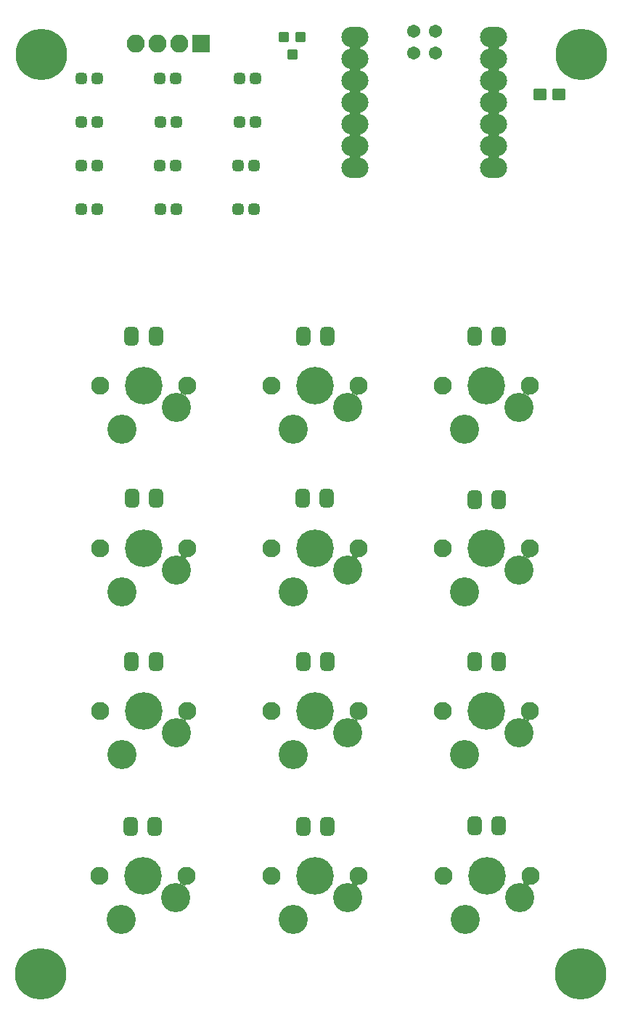
<source format=gts>
G04 #@! TF.GenerationSoftware,KiCad,Pcbnew,(6.0.7)*
G04 #@! TF.CreationDate,2023-07-18T19:21:52+02:00*
G04 #@! TF.ProjectId,anavi-macro-pad-12,616e6176-692d-46d6-9163-726f2d706164,1.0*
G04 #@! TF.SameCoordinates,Original*
G04 #@! TF.FileFunction,Soldermask,Top*
G04 #@! TF.FilePolarity,Negative*
%FSLAX46Y46*%
G04 Gerber Fmt 4.6, Leading zero omitted, Abs format (unit mm)*
G04 Created by KiCad (PCBNEW (6.0.7)) date 2023-07-18 19:21:52*
%MOMM*%
%LPD*%
G01*
G04 APERTURE LIST*
G04 Aperture macros list*
%AMRoundRect*
0 Rectangle with rounded corners*
0 $1 Rounding radius*
0 $2 $3 $4 $5 $6 $7 $8 $9 X,Y pos of 4 corners*
0 Add a 4 corners polygon primitive as box body*
4,1,4,$2,$3,$4,$5,$6,$7,$8,$9,$2,$3,0*
0 Add four circle primitives for the rounded corners*
1,1,$1+$1,$2,$3*
1,1,$1+$1,$4,$5*
1,1,$1+$1,$6,$7*
1,1,$1+$1,$8,$9*
0 Add four rect primitives between the rounded corners*
20,1,$1+$1,$2,$3,$4,$5,0*
20,1,$1+$1,$4,$5,$6,$7,0*
20,1,$1+$1,$6,$7,$8,$9,0*
20,1,$1+$1,$8,$9,$2,$3,0*%
G04 Aperture macros list end*
%ADD10RoundRect,0.450000X0.375000X0.625000X-0.375000X0.625000X-0.375000X-0.625000X0.375000X-0.625000X0*%
%ADD11RoundRect,0.200000X0.400050X0.400050X-0.400050X0.400050X-0.400050X-0.400050X0.400050X-0.400050X0*%
%ADD12RoundRect,0.437500X-0.250000X-0.237500X0.250000X-0.237500X0.250000X0.237500X-0.250000X0.237500X0*%
%ADD13RoundRect,0.200000X0.600000X0.450000X-0.600000X0.450000X-0.600000X-0.450000X0.600000X-0.450000X0*%
%ADD14C,3.400000*%
%ADD15C,2.101800*%
%ADD16C,4.387800*%
%ADD17O,3.148280X2.398980*%
%ADD18C,1.543000*%
%ADD19C,6.000000*%
%ADD20RoundRect,0.200000X-0.850000X0.850000X-0.850000X-0.850000X0.850000X-0.850000X0.850000X0.850000X0*%
%ADD21O,2.100000X2.100000*%
G04 APERTURE END LIST*
D10*
X86333266Y-64294200D03*
X83533266Y-64294200D03*
X66357400Y-83217200D03*
X63557400Y-83217200D03*
X86296400Y-83217200D03*
X83496400Y-83217200D03*
X66333266Y-102263879D03*
X63533266Y-102263879D03*
X86336400Y-102263879D03*
X83536400Y-102263879D03*
X106333266Y-102267200D03*
X103533266Y-102267200D03*
D11*
X83200000Y-29450000D03*
X81300000Y-29450000D03*
X82250000Y-31448980D03*
D12*
X57677500Y-34290000D03*
X59502500Y-34290000D03*
X66802000Y-34290000D03*
X68627000Y-34290000D03*
X76116000Y-34290000D03*
X77941000Y-34290000D03*
X57677500Y-39370000D03*
X59502500Y-39370000D03*
X66905500Y-39370000D03*
X68730500Y-39370000D03*
X76116000Y-39370000D03*
X77941000Y-39370000D03*
X57677500Y-44450000D03*
X59502500Y-44450000D03*
X66802000Y-44450000D03*
X68627000Y-44450000D03*
X75946000Y-44450000D03*
X77771000Y-44450000D03*
D13*
X113325000Y-36100000D03*
X111125000Y-36100000D03*
D14*
X62393266Y-75112866D03*
D15*
X70013266Y-70032866D03*
D14*
X68743266Y-72572866D03*
D16*
X64933266Y-70032866D03*
D15*
X59853266Y-70032866D03*
D16*
X84933266Y-70032866D03*
D14*
X82393266Y-75112866D03*
D15*
X79853266Y-70032866D03*
X90013266Y-70032866D03*
D14*
X88743266Y-72572866D03*
D15*
X110013266Y-70032866D03*
D16*
X104933266Y-70032866D03*
D14*
X108743266Y-72572866D03*
X102393266Y-75112866D03*
D15*
X99853266Y-70032866D03*
X59853266Y-89032866D03*
X70013266Y-89032866D03*
D14*
X68743266Y-91572866D03*
X62393266Y-94112866D03*
D16*
X64933266Y-89032866D03*
D14*
X82393266Y-94112866D03*
X88743266Y-91572866D03*
D15*
X79853266Y-89032866D03*
D16*
X84933266Y-89032866D03*
D15*
X90013266Y-89032866D03*
D14*
X102393266Y-94112866D03*
D15*
X110013266Y-89032866D03*
X99853266Y-89032866D03*
D16*
X104933266Y-89032866D03*
D14*
X108743266Y-91572866D03*
X62393266Y-113112866D03*
D15*
X59853266Y-108032866D03*
D16*
X64933266Y-108032866D03*
D14*
X68743266Y-110572866D03*
D15*
X70013266Y-108032866D03*
D14*
X88743266Y-110572866D03*
D16*
X84933266Y-108032866D03*
D15*
X90013266Y-108032866D03*
D14*
X82393266Y-113112866D03*
D15*
X79853266Y-108032866D03*
D14*
X108743266Y-110572866D03*
D15*
X110013266Y-108032866D03*
D16*
X104933266Y-108032866D03*
D14*
X102393266Y-113112866D03*
D15*
X99853266Y-108032866D03*
D17*
X89593710Y-29425490D03*
X89593710Y-31965490D03*
X89593710Y-34505490D03*
X89593710Y-37045490D03*
X89593710Y-39585490D03*
X89593710Y-42125490D03*
X89593710Y-44665490D03*
X105758270Y-44665490D03*
X105758270Y-42125490D03*
X105758270Y-39585490D03*
X105758270Y-37045490D03*
X105758270Y-34505490D03*
X105758270Y-31965490D03*
X105758270Y-29425490D03*
D18*
X96459393Y-28739123D03*
X98999393Y-28739123D03*
X96459393Y-31279123D03*
X98999393Y-31279123D03*
D10*
X106365400Y-64294200D03*
X103565400Y-64294200D03*
X66333266Y-64294200D03*
X63533266Y-64294200D03*
X106365400Y-83344200D03*
X103565400Y-83344200D03*
D19*
X52996866Y-31491666D03*
X115896866Y-138650000D03*
X115996866Y-31491666D03*
X52896866Y-138650000D03*
D12*
X75950000Y-49530000D03*
X77775000Y-49530000D03*
D16*
X64884200Y-127210000D03*
D14*
X68694200Y-129750000D03*
X62344200Y-132290000D03*
D15*
X59804200Y-127210000D03*
X69964200Y-127210000D03*
D10*
X86336400Y-121463879D03*
X83536400Y-121463879D03*
D16*
X84924800Y-127210000D03*
D15*
X79844800Y-127210000D03*
D14*
X88734800Y-129750000D03*
D15*
X90004800Y-127210000D03*
D14*
X82384800Y-132290000D03*
D12*
X57677500Y-49530000D03*
X59502500Y-49530000D03*
D20*
X71618000Y-30175200D03*
D21*
X69078000Y-30175200D03*
X66538000Y-30175200D03*
X63998000Y-30175200D03*
D12*
X66905500Y-49530000D03*
X68730500Y-49530000D03*
D14*
X108750000Y-129750000D03*
D16*
X104940000Y-127210000D03*
D14*
X102400000Y-132290000D03*
D15*
X99860000Y-127210000D03*
X110020000Y-127210000D03*
D10*
X106336400Y-121363879D03*
X103536400Y-121363879D03*
X66236400Y-121463879D03*
X63436400Y-121463879D03*
G36*
X69127316Y-127834689D02*
G01*
X69209690Y-127938619D01*
X69365582Y-128071294D01*
X69544279Y-128171165D01*
X69738965Y-128234422D01*
X69894898Y-128253016D01*
X69896499Y-128254214D01*
X69896262Y-128256200D01*
X69895149Y-128256942D01*
X69830717Y-128273143D01*
X69783343Y-128323664D01*
X69770802Y-128391777D01*
X69797163Y-128456065D01*
X69805581Y-128465185D01*
X69806021Y-128467136D01*
X69804551Y-128468493D01*
X69802741Y-128467999D01*
X69762782Y-128430410D01*
X69556001Y-128286960D01*
X69330279Y-128175646D01*
X69090588Y-128098921D01*
X69045699Y-128091610D01*
X69044151Y-128090345D01*
X69044472Y-128088371D01*
X69045773Y-128087651D01*
X69113868Y-128079153D01*
X69167046Y-128034782D01*
X69187793Y-127968705D01*
X69169452Y-127901643D01*
X69165322Y-127895390D01*
X69124116Y-127837085D01*
X69123933Y-127835094D01*
X69125566Y-127833939D01*
X69127316Y-127834689D01*
G37*
G36*
X109183116Y-127834689D02*
G01*
X109265490Y-127938619D01*
X109421382Y-128071294D01*
X109600079Y-128171165D01*
X109794765Y-128234422D01*
X109950698Y-128253016D01*
X109952299Y-128254214D01*
X109952062Y-128256200D01*
X109950949Y-128256942D01*
X109886517Y-128273143D01*
X109839143Y-128323664D01*
X109826602Y-128391777D01*
X109852963Y-128456065D01*
X109861381Y-128465185D01*
X109861821Y-128467136D01*
X109860351Y-128468493D01*
X109858541Y-128467999D01*
X109818582Y-128430410D01*
X109611801Y-128286960D01*
X109386079Y-128175646D01*
X109146388Y-128098921D01*
X109101499Y-128091610D01*
X109099951Y-128090345D01*
X109100272Y-128088371D01*
X109101573Y-128087651D01*
X109169668Y-128079153D01*
X109222846Y-128034782D01*
X109243593Y-127968705D01*
X109225252Y-127901643D01*
X109221122Y-127895390D01*
X109179916Y-127837085D01*
X109179733Y-127835094D01*
X109181366Y-127833939D01*
X109183116Y-127834689D01*
G37*
G36*
X89167916Y-127834689D02*
G01*
X89250290Y-127938619D01*
X89406182Y-128071294D01*
X89584879Y-128171165D01*
X89779565Y-128234422D01*
X89935498Y-128253016D01*
X89937099Y-128254214D01*
X89936862Y-128256200D01*
X89935749Y-128256942D01*
X89871317Y-128273143D01*
X89823943Y-128323664D01*
X89811402Y-128391777D01*
X89837763Y-128456065D01*
X89846181Y-128465185D01*
X89846621Y-128467136D01*
X89845151Y-128468493D01*
X89843341Y-128467999D01*
X89803382Y-128430410D01*
X89596601Y-128286960D01*
X89370879Y-128175646D01*
X89131188Y-128098921D01*
X89086299Y-128091610D01*
X89084751Y-128090345D01*
X89085072Y-128088371D01*
X89086373Y-128087651D01*
X89154468Y-128079153D01*
X89207646Y-128034782D01*
X89228393Y-127968705D01*
X89210052Y-127901643D01*
X89205922Y-127895390D01*
X89164716Y-127837085D01*
X89164533Y-127835094D01*
X89166166Y-127833939D01*
X89167916Y-127834689D01*
G37*
G36*
X89176382Y-108657555D02*
G01*
X89258756Y-108761485D01*
X89414648Y-108894160D01*
X89593345Y-108994031D01*
X89788031Y-109057288D01*
X89943964Y-109075882D01*
X89945565Y-109077080D01*
X89945328Y-109079066D01*
X89944215Y-109079808D01*
X89879783Y-109096009D01*
X89832409Y-109146530D01*
X89819868Y-109214643D01*
X89846229Y-109278931D01*
X89854647Y-109288051D01*
X89855087Y-109290002D01*
X89853617Y-109291359D01*
X89851807Y-109290865D01*
X89811848Y-109253276D01*
X89605067Y-109109826D01*
X89379345Y-108998512D01*
X89139654Y-108921787D01*
X89094765Y-108914476D01*
X89093217Y-108913211D01*
X89093538Y-108911237D01*
X89094839Y-108910517D01*
X89162934Y-108902019D01*
X89216112Y-108857648D01*
X89236859Y-108791571D01*
X89218518Y-108724509D01*
X89214388Y-108718256D01*
X89173182Y-108659951D01*
X89172999Y-108657960D01*
X89174632Y-108656805D01*
X89176382Y-108657555D01*
G37*
G36*
X69176382Y-108657555D02*
G01*
X69258756Y-108761485D01*
X69414648Y-108894160D01*
X69593345Y-108994031D01*
X69788031Y-109057288D01*
X69943964Y-109075882D01*
X69945565Y-109077080D01*
X69945328Y-109079066D01*
X69944215Y-109079808D01*
X69879783Y-109096009D01*
X69832409Y-109146530D01*
X69819868Y-109214643D01*
X69846229Y-109278931D01*
X69854647Y-109288051D01*
X69855087Y-109290002D01*
X69853617Y-109291359D01*
X69851807Y-109290865D01*
X69811848Y-109253276D01*
X69605067Y-109109826D01*
X69379345Y-108998512D01*
X69139654Y-108921787D01*
X69094765Y-108914476D01*
X69093217Y-108913211D01*
X69093538Y-108911237D01*
X69094839Y-108910517D01*
X69162934Y-108902019D01*
X69216112Y-108857648D01*
X69236859Y-108791571D01*
X69218518Y-108724509D01*
X69214388Y-108718256D01*
X69173182Y-108659951D01*
X69172999Y-108657960D01*
X69174632Y-108656805D01*
X69176382Y-108657555D01*
G37*
G36*
X109176382Y-108657555D02*
G01*
X109258756Y-108761485D01*
X109414648Y-108894160D01*
X109593345Y-108994031D01*
X109788031Y-109057288D01*
X109943964Y-109075882D01*
X109945565Y-109077080D01*
X109945328Y-109079066D01*
X109944215Y-109079808D01*
X109879783Y-109096009D01*
X109832409Y-109146530D01*
X109819868Y-109214643D01*
X109846229Y-109278931D01*
X109854647Y-109288051D01*
X109855087Y-109290002D01*
X109853617Y-109291359D01*
X109851807Y-109290865D01*
X109811848Y-109253276D01*
X109605067Y-109109826D01*
X109379345Y-108998512D01*
X109139654Y-108921787D01*
X109094765Y-108914476D01*
X109093217Y-108913211D01*
X109093538Y-108911237D01*
X109094839Y-108910517D01*
X109162934Y-108902019D01*
X109216112Y-108857648D01*
X109236859Y-108791571D01*
X109218518Y-108724509D01*
X109214388Y-108718256D01*
X109173182Y-108659951D01*
X109172999Y-108657960D01*
X109174632Y-108656805D01*
X109176382Y-108657555D01*
G37*
G36*
X109176382Y-89657555D02*
G01*
X109258756Y-89761485D01*
X109414648Y-89894160D01*
X109593345Y-89994031D01*
X109788031Y-90057288D01*
X109943964Y-90075882D01*
X109945565Y-90077080D01*
X109945328Y-90079066D01*
X109944215Y-90079808D01*
X109879783Y-90096009D01*
X109832409Y-90146530D01*
X109819868Y-90214643D01*
X109846229Y-90278931D01*
X109854647Y-90288051D01*
X109855087Y-90290002D01*
X109853617Y-90291359D01*
X109851807Y-90290865D01*
X109811848Y-90253276D01*
X109605067Y-90109826D01*
X109379345Y-89998512D01*
X109139654Y-89921787D01*
X109094765Y-89914476D01*
X109093217Y-89913211D01*
X109093538Y-89911237D01*
X109094839Y-89910517D01*
X109162934Y-89902019D01*
X109216112Y-89857648D01*
X109236859Y-89791571D01*
X109218518Y-89724509D01*
X109214388Y-89718256D01*
X109173182Y-89659951D01*
X109172999Y-89657960D01*
X109174632Y-89656805D01*
X109176382Y-89657555D01*
G37*
G36*
X69176382Y-89657555D02*
G01*
X69258756Y-89761485D01*
X69414648Y-89894160D01*
X69593345Y-89994031D01*
X69788031Y-90057288D01*
X69943964Y-90075882D01*
X69945565Y-90077080D01*
X69945328Y-90079066D01*
X69944215Y-90079808D01*
X69879783Y-90096009D01*
X69832409Y-90146530D01*
X69819868Y-90214643D01*
X69846229Y-90278931D01*
X69854647Y-90288051D01*
X69855087Y-90290002D01*
X69853617Y-90291359D01*
X69851807Y-90290865D01*
X69811848Y-90253276D01*
X69605067Y-90109826D01*
X69379345Y-89998512D01*
X69139654Y-89921787D01*
X69094765Y-89914476D01*
X69093217Y-89913211D01*
X69093538Y-89911237D01*
X69094839Y-89910517D01*
X69162934Y-89902019D01*
X69216112Y-89857648D01*
X69236859Y-89791571D01*
X69218518Y-89724509D01*
X69214388Y-89718256D01*
X69173182Y-89659951D01*
X69172999Y-89657960D01*
X69174632Y-89656805D01*
X69176382Y-89657555D01*
G37*
G36*
X89176382Y-89657555D02*
G01*
X89258756Y-89761485D01*
X89414648Y-89894160D01*
X89593345Y-89994031D01*
X89788031Y-90057288D01*
X89943964Y-90075882D01*
X89945565Y-90077080D01*
X89945328Y-90079066D01*
X89944215Y-90079808D01*
X89879783Y-90096009D01*
X89832409Y-90146530D01*
X89819868Y-90214643D01*
X89846229Y-90278931D01*
X89854647Y-90288051D01*
X89855087Y-90290002D01*
X89853617Y-90291359D01*
X89851807Y-90290865D01*
X89811848Y-90253276D01*
X89605067Y-90109826D01*
X89379345Y-89998512D01*
X89139654Y-89921787D01*
X89094765Y-89914476D01*
X89093217Y-89913211D01*
X89093538Y-89911237D01*
X89094839Y-89910517D01*
X89162934Y-89902019D01*
X89216112Y-89857648D01*
X89236859Y-89791571D01*
X89218518Y-89724509D01*
X89214388Y-89718256D01*
X89173182Y-89659951D01*
X89172999Y-89657960D01*
X89174632Y-89656805D01*
X89176382Y-89657555D01*
G37*
G36*
X89176382Y-70657555D02*
G01*
X89258756Y-70761485D01*
X89414648Y-70894160D01*
X89593345Y-70994031D01*
X89788031Y-71057288D01*
X89943964Y-71075882D01*
X89945565Y-71077080D01*
X89945328Y-71079066D01*
X89944215Y-71079808D01*
X89879783Y-71096009D01*
X89832409Y-71146530D01*
X89819868Y-71214643D01*
X89846229Y-71278931D01*
X89854647Y-71288051D01*
X89855087Y-71290002D01*
X89853617Y-71291359D01*
X89851807Y-71290865D01*
X89811848Y-71253276D01*
X89605067Y-71109826D01*
X89379345Y-70998512D01*
X89139654Y-70921787D01*
X89094765Y-70914476D01*
X89093217Y-70913211D01*
X89093538Y-70911237D01*
X89094839Y-70910517D01*
X89162934Y-70902019D01*
X89216112Y-70857648D01*
X89236859Y-70791571D01*
X89218518Y-70724509D01*
X89214388Y-70718256D01*
X89173182Y-70659951D01*
X89172999Y-70657960D01*
X89174632Y-70656805D01*
X89176382Y-70657555D01*
G37*
G36*
X109176382Y-70657555D02*
G01*
X109258756Y-70761485D01*
X109414648Y-70894160D01*
X109593345Y-70994031D01*
X109788031Y-71057288D01*
X109943964Y-71075882D01*
X109945565Y-71077080D01*
X109945328Y-71079066D01*
X109944215Y-71079808D01*
X109879783Y-71096009D01*
X109832409Y-71146530D01*
X109819868Y-71214643D01*
X109846229Y-71278931D01*
X109854647Y-71288051D01*
X109855087Y-71290002D01*
X109853617Y-71291359D01*
X109851807Y-71290865D01*
X109811848Y-71253276D01*
X109605067Y-71109826D01*
X109379345Y-70998512D01*
X109139654Y-70921787D01*
X109094765Y-70914476D01*
X109093217Y-70913211D01*
X109093538Y-70911237D01*
X109094839Y-70910517D01*
X109162934Y-70902019D01*
X109216112Y-70857648D01*
X109236859Y-70791571D01*
X109218518Y-70724509D01*
X109214388Y-70718256D01*
X109173182Y-70659951D01*
X109172999Y-70657960D01*
X109174632Y-70656805D01*
X109176382Y-70657555D01*
G37*
G36*
X69176382Y-70657555D02*
G01*
X69258756Y-70761485D01*
X69414648Y-70894160D01*
X69593345Y-70994031D01*
X69788031Y-71057288D01*
X69943964Y-71075882D01*
X69945565Y-71077080D01*
X69945328Y-71079066D01*
X69944215Y-71079808D01*
X69879783Y-71096009D01*
X69832409Y-71146530D01*
X69819868Y-71214643D01*
X69846229Y-71278931D01*
X69854647Y-71288051D01*
X69855087Y-71290002D01*
X69853617Y-71291359D01*
X69851807Y-71290865D01*
X69811848Y-71253276D01*
X69605067Y-71109826D01*
X69379345Y-70998512D01*
X69139654Y-70921787D01*
X69094765Y-70914476D01*
X69093217Y-70913211D01*
X69093538Y-70911237D01*
X69094839Y-70910517D01*
X69162934Y-70902019D01*
X69216112Y-70857648D01*
X69236859Y-70791571D01*
X69218518Y-70724509D01*
X69214388Y-70718256D01*
X69173182Y-70659951D01*
X69172999Y-70657960D01*
X69174632Y-70656805D01*
X69176382Y-70657555D01*
G37*
G36*
X90386941Y-43247451D02*
G01*
X90387483Y-43249376D01*
X90386390Y-43250697D01*
X90379295Y-43254006D01*
X90378968Y-43254125D01*
X90295059Y-43276608D01*
X90235665Y-43312810D01*
X90205404Y-43375107D01*
X90213625Y-43443876D01*
X90257802Y-43497380D01*
X90293322Y-43513601D01*
X90294482Y-43515230D01*
X90293651Y-43517049D01*
X90291898Y-43517330D01*
X90217330Y-43494176D01*
X89999631Y-43468410D01*
X89968334Y-43468000D01*
X89219156Y-43468000D01*
X89000835Y-43488061D01*
X88802418Y-43544021D01*
X88800479Y-43543529D01*
X88799937Y-43541604D01*
X88801030Y-43540283D01*
X88808125Y-43536974D01*
X88808452Y-43536855D01*
X88892361Y-43514372D01*
X88951755Y-43478170D01*
X88982016Y-43415873D01*
X88973795Y-43347104D01*
X88929618Y-43293600D01*
X88894098Y-43277379D01*
X88892938Y-43275750D01*
X88893769Y-43273931D01*
X88895522Y-43273650D01*
X88970090Y-43296804D01*
X89187789Y-43322570D01*
X89219086Y-43322980D01*
X89968264Y-43322980D01*
X90186585Y-43302919D01*
X90385002Y-43246959D01*
X90386941Y-43247451D01*
G37*
G36*
X106551501Y-43247451D02*
G01*
X106552043Y-43249376D01*
X106550950Y-43250697D01*
X106543855Y-43254006D01*
X106543528Y-43254125D01*
X106459619Y-43276608D01*
X106400225Y-43312810D01*
X106369964Y-43375107D01*
X106378185Y-43443876D01*
X106422362Y-43497380D01*
X106457882Y-43513601D01*
X106459042Y-43515230D01*
X106458211Y-43517049D01*
X106456458Y-43517330D01*
X106381890Y-43494176D01*
X106164191Y-43468410D01*
X106132894Y-43468000D01*
X105383716Y-43468000D01*
X105165395Y-43488061D01*
X104966978Y-43544021D01*
X104965039Y-43543529D01*
X104964497Y-43541604D01*
X104965590Y-43540283D01*
X104972685Y-43536974D01*
X104973012Y-43536855D01*
X105056921Y-43514372D01*
X105116315Y-43478170D01*
X105146576Y-43415873D01*
X105138355Y-43347104D01*
X105094178Y-43293600D01*
X105058658Y-43277379D01*
X105057498Y-43275750D01*
X105058329Y-43273931D01*
X105060082Y-43273650D01*
X105134650Y-43296804D01*
X105352349Y-43322570D01*
X105383646Y-43322980D01*
X106132824Y-43322980D01*
X106351145Y-43302919D01*
X106549562Y-43246959D01*
X106551501Y-43247451D01*
G37*
G36*
X106551501Y-40707451D02*
G01*
X106552043Y-40709376D01*
X106550950Y-40710697D01*
X106543855Y-40714006D01*
X106543528Y-40714125D01*
X106459619Y-40736608D01*
X106400225Y-40772810D01*
X106369964Y-40835107D01*
X106378185Y-40903876D01*
X106422362Y-40957380D01*
X106457882Y-40973601D01*
X106459042Y-40975230D01*
X106458211Y-40977049D01*
X106456458Y-40977330D01*
X106381890Y-40954176D01*
X106164191Y-40928410D01*
X106132894Y-40928000D01*
X105383716Y-40928000D01*
X105165395Y-40948061D01*
X104966978Y-41004021D01*
X104965039Y-41003529D01*
X104964497Y-41001604D01*
X104965590Y-41000283D01*
X104972685Y-40996974D01*
X104973012Y-40996855D01*
X105056921Y-40974372D01*
X105116315Y-40938170D01*
X105146576Y-40875873D01*
X105138355Y-40807104D01*
X105094178Y-40753600D01*
X105058658Y-40737379D01*
X105057498Y-40735750D01*
X105058329Y-40733931D01*
X105060082Y-40733650D01*
X105134650Y-40756804D01*
X105352349Y-40782570D01*
X105383646Y-40782980D01*
X106132824Y-40782980D01*
X106351145Y-40762919D01*
X106549562Y-40706959D01*
X106551501Y-40707451D01*
G37*
G36*
X90386941Y-40707451D02*
G01*
X90387483Y-40709376D01*
X90386390Y-40710697D01*
X90379295Y-40714006D01*
X90378968Y-40714125D01*
X90295059Y-40736608D01*
X90235665Y-40772810D01*
X90205404Y-40835107D01*
X90213625Y-40903876D01*
X90257802Y-40957380D01*
X90293322Y-40973601D01*
X90294482Y-40975230D01*
X90293651Y-40977049D01*
X90291898Y-40977330D01*
X90217330Y-40954176D01*
X89999631Y-40928410D01*
X89968334Y-40928000D01*
X89219156Y-40928000D01*
X89000835Y-40948061D01*
X88802418Y-41004021D01*
X88800479Y-41003529D01*
X88799937Y-41001604D01*
X88801030Y-41000283D01*
X88808125Y-40996974D01*
X88808452Y-40996855D01*
X88892361Y-40974372D01*
X88951755Y-40938170D01*
X88982016Y-40875873D01*
X88973795Y-40807104D01*
X88929618Y-40753600D01*
X88894098Y-40737379D01*
X88892938Y-40735750D01*
X88893769Y-40733931D01*
X88895522Y-40733650D01*
X88970090Y-40756804D01*
X89187789Y-40782570D01*
X89219086Y-40782980D01*
X89968264Y-40782980D01*
X90186585Y-40762919D01*
X90385002Y-40706959D01*
X90386941Y-40707451D01*
G37*
G36*
X90386941Y-38167451D02*
G01*
X90387483Y-38169376D01*
X90386390Y-38170697D01*
X90379295Y-38174006D01*
X90378968Y-38174125D01*
X90295059Y-38196608D01*
X90235665Y-38232810D01*
X90205404Y-38295107D01*
X90213625Y-38363876D01*
X90257802Y-38417380D01*
X90293322Y-38433601D01*
X90294482Y-38435230D01*
X90293651Y-38437049D01*
X90291898Y-38437330D01*
X90217330Y-38414176D01*
X89999631Y-38388410D01*
X89968334Y-38388000D01*
X89219156Y-38388000D01*
X89000835Y-38408061D01*
X88802418Y-38464021D01*
X88800479Y-38463529D01*
X88799937Y-38461604D01*
X88801030Y-38460283D01*
X88808125Y-38456974D01*
X88808452Y-38456855D01*
X88892361Y-38434372D01*
X88951755Y-38398170D01*
X88982016Y-38335873D01*
X88973795Y-38267104D01*
X88929618Y-38213600D01*
X88894098Y-38197379D01*
X88892938Y-38195750D01*
X88893769Y-38193931D01*
X88895522Y-38193650D01*
X88970090Y-38216804D01*
X89187789Y-38242570D01*
X89219086Y-38242980D01*
X89968264Y-38242980D01*
X90186585Y-38222919D01*
X90385002Y-38166959D01*
X90386941Y-38167451D01*
G37*
G36*
X106551501Y-38167451D02*
G01*
X106552043Y-38169376D01*
X106550950Y-38170697D01*
X106543855Y-38174006D01*
X106543528Y-38174125D01*
X106459619Y-38196608D01*
X106400225Y-38232810D01*
X106369964Y-38295107D01*
X106378185Y-38363876D01*
X106422362Y-38417380D01*
X106457882Y-38433601D01*
X106459042Y-38435230D01*
X106458211Y-38437049D01*
X106456458Y-38437330D01*
X106381890Y-38414176D01*
X106164191Y-38388410D01*
X106132894Y-38388000D01*
X105383716Y-38388000D01*
X105165395Y-38408061D01*
X104966978Y-38464021D01*
X104965039Y-38463529D01*
X104964497Y-38461604D01*
X104965590Y-38460283D01*
X104972685Y-38456974D01*
X104973012Y-38456855D01*
X105056921Y-38434372D01*
X105116315Y-38398170D01*
X105146576Y-38335873D01*
X105138355Y-38267104D01*
X105094178Y-38213600D01*
X105058658Y-38197379D01*
X105057498Y-38195750D01*
X105058329Y-38193931D01*
X105060082Y-38193650D01*
X105134650Y-38216804D01*
X105352349Y-38242570D01*
X105383646Y-38242980D01*
X106132824Y-38242980D01*
X106351145Y-38222919D01*
X106549562Y-38166959D01*
X106551501Y-38167451D01*
G37*
G36*
X90386941Y-35627451D02*
G01*
X90387483Y-35629376D01*
X90386390Y-35630697D01*
X90379295Y-35634006D01*
X90378968Y-35634125D01*
X90295059Y-35656608D01*
X90235665Y-35692810D01*
X90205404Y-35755107D01*
X90213625Y-35823876D01*
X90257802Y-35877380D01*
X90293322Y-35893601D01*
X90294482Y-35895230D01*
X90293651Y-35897049D01*
X90291898Y-35897330D01*
X90217330Y-35874176D01*
X89999631Y-35848410D01*
X89968334Y-35848000D01*
X89219156Y-35848000D01*
X89000835Y-35868061D01*
X88802418Y-35924021D01*
X88800479Y-35923529D01*
X88799937Y-35921604D01*
X88801030Y-35920283D01*
X88808125Y-35916974D01*
X88808452Y-35916855D01*
X88892361Y-35894372D01*
X88951755Y-35858170D01*
X88982016Y-35795873D01*
X88973795Y-35727104D01*
X88929618Y-35673600D01*
X88894098Y-35657379D01*
X88892938Y-35655750D01*
X88893769Y-35653931D01*
X88895522Y-35653650D01*
X88970090Y-35676804D01*
X89187789Y-35702570D01*
X89219086Y-35702980D01*
X89968264Y-35702980D01*
X90186585Y-35682919D01*
X90385002Y-35626959D01*
X90386941Y-35627451D01*
G37*
G36*
X106551501Y-35627451D02*
G01*
X106552043Y-35629376D01*
X106550950Y-35630697D01*
X106543855Y-35634006D01*
X106543528Y-35634125D01*
X106459619Y-35656608D01*
X106400225Y-35692810D01*
X106369964Y-35755107D01*
X106378185Y-35823876D01*
X106422362Y-35877380D01*
X106457882Y-35893601D01*
X106459042Y-35895230D01*
X106458211Y-35897049D01*
X106456458Y-35897330D01*
X106381890Y-35874176D01*
X106164191Y-35848410D01*
X106132894Y-35848000D01*
X105383716Y-35848000D01*
X105165395Y-35868061D01*
X104966978Y-35924021D01*
X104965039Y-35923529D01*
X104964497Y-35921604D01*
X104965590Y-35920283D01*
X104972685Y-35916974D01*
X104973012Y-35916855D01*
X105056921Y-35894372D01*
X105116315Y-35858170D01*
X105146576Y-35795873D01*
X105138355Y-35727104D01*
X105094178Y-35673600D01*
X105058658Y-35657379D01*
X105057498Y-35655750D01*
X105058329Y-35653931D01*
X105060082Y-35653650D01*
X105134650Y-35676804D01*
X105352349Y-35702570D01*
X105383646Y-35702980D01*
X106132824Y-35702980D01*
X106351145Y-35682919D01*
X106549562Y-35626959D01*
X106551501Y-35627451D01*
G37*
G36*
X90386941Y-33087451D02*
G01*
X90387483Y-33089376D01*
X90386390Y-33090697D01*
X90379295Y-33094006D01*
X90378968Y-33094125D01*
X90295059Y-33116608D01*
X90235665Y-33152810D01*
X90205404Y-33215107D01*
X90213625Y-33283876D01*
X90257802Y-33337380D01*
X90293322Y-33353601D01*
X90294482Y-33355230D01*
X90293651Y-33357049D01*
X90291898Y-33357330D01*
X90217330Y-33334176D01*
X89999631Y-33308410D01*
X89968334Y-33308000D01*
X89219156Y-33308000D01*
X89000835Y-33328061D01*
X88802418Y-33384021D01*
X88800479Y-33383529D01*
X88799937Y-33381604D01*
X88801030Y-33380283D01*
X88808125Y-33376974D01*
X88808452Y-33376855D01*
X88892361Y-33354372D01*
X88951755Y-33318170D01*
X88982016Y-33255873D01*
X88973795Y-33187104D01*
X88929618Y-33133600D01*
X88894098Y-33117379D01*
X88892938Y-33115750D01*
X88893769Y-33113931D01*
X88895522Y-33113650D01*
X88970090Y-33136804D01*
X89187789Y-33162570D01*
X89219086Y-33162980D01*
X89968264Y-33162980D01*
X90186585Y-33142919D01*
X90385002Y-33086959D01*
X90386941Y-33087451D01*
G37*
G36*
X106551501Y-33087451D02*
G01*
X106552043Y-33089376D01*
X106550950Y-33090697D01*
X106543855Y-33094006D01*
X106543528Y-33094125D01*
X106459619Y-33116608D01*
X106400225Y-33152810D01*
X106369964Y-33215107D01*
X106378185Y-33283876D01*
X106422362Y-33337380D01*
X106457882Y-33353601D01*
X106459042Y-33355230D01*
X106458211Y-33357049D01*
X106456458Y-33357330D01*
X106381890Y-33334176D01*
X106164191Y-33308410D01*
X106132894Y-33308000D01*
X105383716Y-33308000D01*
X105165395Y-33328061D01*
X104966978Y-33384021D01*
X104965039Y-33383529D01*
X104964497Y-33381604D01*
X104965590Y-33380283D01*
X104972685Y-33376974D01*
X104973012Y-33376855D01*
X105056921Y-33354372D01*
X105116315Y-33318170D01*
X105146576Y-33255873D01*
X105138355Y-33187104D01*
X105094178Y-33133600D01*
X105058658Y-33117379D01*
X105057498Y-33115750D01*
X105058329Y-33113931D01*
X105060082Y-33113650D01*
X105134650Y-33136804D01*
X105352349Y-33162570D01*
X105383646Y-33162980D01*
X106132824Y-33162980D01*
X106351145Y-33142919D01*
X106549562Y-33086959D01*
X106551501Y-33087451D01*
G37*
G36*
X106551501Y-30547451D02*
G01*
X106552043Y-30549376D01*
X106550950Y-30550697D01*
X106543855Y-30554006D01*
X106543528Y-30554125D01*
X106459619Y-30576608D01*
X106400225Y-30612810D01*
X106369964Y-30675107D01*
X106378185Y-30743876D01*
X106422362Y-30797380D01*
X106457882Y-30813601D01*
X106459042Y-30815230D01*
X106458211Y-30817049D01*
X106456458Y-30817330D01*
X106381890Y-30794176D01*
X106164191Y-30768410D01*
X106132894Y-30768000D01*
X105383716Y-30768000D01*
X105165395Y-30788061D01*
X104966978Y-30844021D01*
X104965039Y-30843529D01*
X104964497Y-30841604D01*
X104965590Y-30840283D01*
X104972685Y-30836974D01*
X104973012Y-30836855D01*
X105056921Y-30814372D01*
X105116315Y-30778170D01*
X105146576Y-30715873D01*
X105138355Y-30647104D01*
X105094178Y-30593600D01*
X105058658Y-30577379D01*
X105057498Y-30575750D01*
X105058329Y-30573931D01*
X105060082Y-30573650D01*
X105134650Y-30596804D01*
X105352349Y-30622570D01*
X105383646Y-30622980D01*
X106132824Y-30622980D01*
X106351145Y-30602919D01*
X106549562Y-30546959D01*
X106551501Y-30547451D01*
G37*
G36*
X90386941Y-30547451D02*
G01*
X90387483Y-30549376D01*
X90386390Y-30550697D01*
X90379295Y-30554006D01*
X90378968Y-30554125D01*
X90295059Y-30576608D01*
X90235665Y-30612810D01*
X90205404Y-30675107D01*
X90213625Y-30743876D01*
X90257802Y-30797380D01*
X90293322Y-30813601D01*
X90294482Y-30815230D01*
X90293651Y-30817049D01*
X90291898Y-30817330D01*
X90217330Y-30794176D01*
X89999631Y-30768410D01*
X89968334Y-30768000D01*
X89219156Y-30768000D01*
X89000835Y-30788061D01*
X88802418Y-30844021D01*
X88800479Y-30843529D01*
X88799937Y-30841604D01*
X88801030Y-30840283D01*
X88808125Y-30836974D01*
X88808452Y-30836855D01*
X88892361Y-30814372D01*
X88951755Y-30778170D01*
X88982016Y-30715873D01*
X88973795Y-30647104D01*
X88929618Y-30593600D01*
X88894098Y-30577379D01*
X88892938Y-30575750D01*
X88893769Y-30573931D01*
X88895522Y-30573650D01*
X88970090Y-30596804D01*
X89187789Y-30622570D01*
X89219086Y-30622980D01*
X89968264Y-30622980D01*
X90186585Y-30602919D01*
X90385002Y-30546959D01*
X90386941Y-30547451D01*
G37*
M02*

</source>
